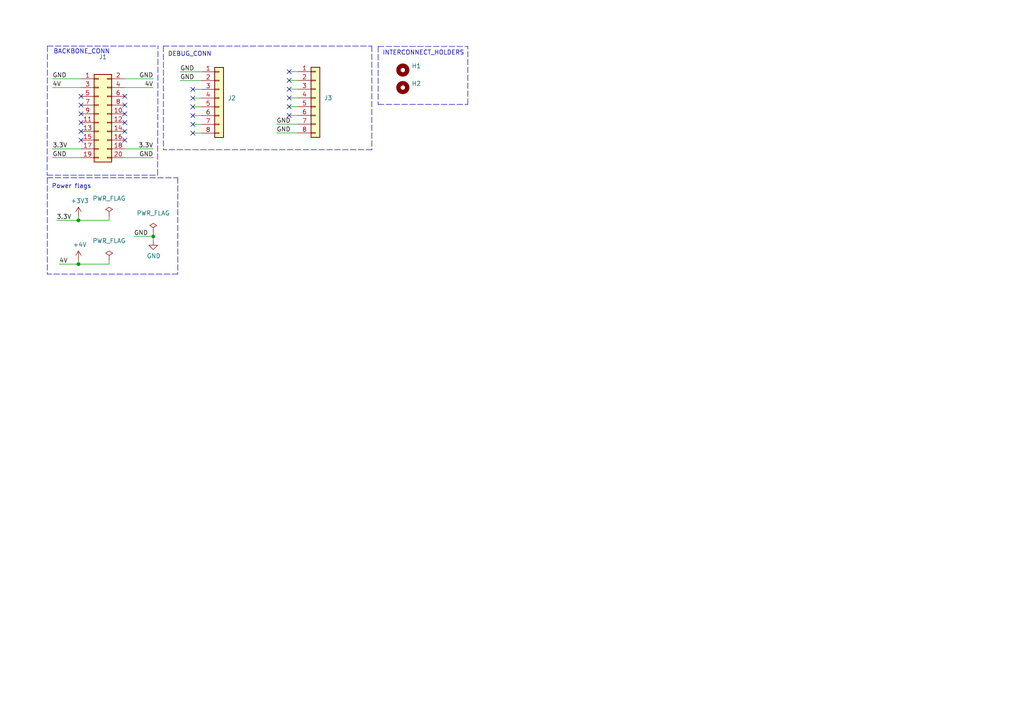
<source format=kicad_sch>
(kicad_sch (version 20211123) (generator eeschema)
  (paper "A4")
  (lib_symbols
    (symbol "Connector_Generic:Conn_01x08" (pin_names (offset 1.016) hide)
      (property "Reference" "J" (at 0 10.16 0))
      (property "Value" "Conn_01x08" (at 0 -12.7 0))
      (symbol "Conn_01x08_1_1"
        (rectangle (start -1.27 -10.033) (end 0 -10.287) (stroke (width 0.1524)))
        (rectangle (start -1.27 -7.493) (end 0 -7.747) (stroke (width 0.1524)))
        (rectangle (start -1.27 -4.953) (end 0 -5.207) (stroke (width 0.1524)))
        (rectangle (start -1.27 -2.413) (end 0 -2.667) (stroke (width 0.1524)))
        (rectangle (start -1.27 0.127) (end 0 -0.127) (stroke (width 0.1524)))
        (rectangle (start -1.27 2.667) (end 0 2.413) (stroke (width 0.1524)))
        (rectangle (start -1.27 5.207) (end 0 4.953) (stroke (width 0.1524)))
        (rectangle (start -1.27 7.747) (end 0 7.493) (stroke (width 0.1524)))
        (rectangle (start -1.27 8.89) (end 1.27 -11.43) (stroke (width 0.254)) (fill (type background)))
        (pin passive line (at -5.08 7.62 0) (length 3.81) (name "Pin_1") (number "1"))
        (pin passive line (at -5.08 5.08 0) (length 3.81) (name "Pin_2") (number "2"))
        (pin passive line (at -5.08 2.54 0) (length 3.81) (name "Pin_3") (number "3"))
        (pin passive line (at -5.08 0 0) (length 3.81) (name "Pin_4") (number "4"))
        (pin passive line (at -5.08 -2.54 0) (length 3.81) (name "Pin_5") (number "5"))
        (pin passive line (at -5.08 -5.08 0) (length 3.81) (name "Pin_6") (number "6"))
        (pin passive line (at -5.08 -7.62 0) (length 3.81) (name "Pin_7") (number "7"))
        (pin passive line (at -5.08 -10.16 0) (length 3.81) (name "Pin_8") (number "8"))
      )
    )
    (symbol "Connector_Generic:Conn_02x10_Odd_Even" (pin_names (offset 1.016) hide)
      (property "Reference" "J" (at 1.27 12.7 0))
      (property "Value" "Conn_02x10_Odd_Even" (at 1.27 -15.24 0))
      (symbol "Conn_02x10_Odd_Even_1_1"
        (rectangle (start -1.27 -12.573) (end 0 -12.827) (stroke (width 0.1524)))
        (rectangle (start -1.27 -10.033) (end 0 -10.287) (stroke (width 0.1524)))
        (rectangle (start -1.27 -7.493) (end 0 -7.747) (stroke (width 0.1524)))
        (rectangle (start -1.27 -4.953) (end 0 -5.207) (stroke (width 0.1524)))
        (rectangle (start -1.27 -2.413) (end 0 -2.667) (stroke (width 0.1524)))
        (rectangle (start -1.27 0.127) (end 0 -0.127) (stroke (width 0.1524)))
        (rectangle (start -1.27 2.667) (end 0 2.413) (stroke (width 0.1524)))
        (rectangle (start -1.27 5.207) (end 0 4.953) (stroke (width 0.1524)))
        (rectangle (start -1.27 7.747) (end 0 7.493) (stroke (width 0.1524)))
        (rectangle (start -1.27 10.287) (end 0 10.033) (stroke (width 0.1524)))
        (rectangle (start -1.27 11.43) (end 3.81 -13.97) (stroke (width 0.254)) (fill (type background)))
        (rectangle (start 3.81 -12.573) (end 2.54 -12.827) (stroke (width 0.1524)))
        (rectangle (start 3.81 -10.033) (end 2.54 -10.287) (stroke (width 0.1524)))
        (rectangle (start 3.81 -7.493) (end 2.54 -7.747) (stroke (width 0.1524)))
        (rectangle (start 3.81 -4.953) (end 2.54 -5.207) (stroke (width 0.1524)))
        (rectangle (start 3.81 -2.413) (end 2.54 -2.667) (stroke (width 0.1524)))
        (rectangle (start 3.81 0.127) (end 2.54 -0.127) (stroke (width 0.1524)))
        (rectangle (start 3.81 2.667) (end 2.54 2.413) (stroke (width 0.1524)))
        (rectangle (start 3.81 5.207) (end 2.54 4.953) (stroke (width 0.1524)))
        (rectangle (start 3.81 7.747) (end 2.54 7.493) (stroke (width 0.1524)))
        (rectangle (start 3.81 10.287) (end 2.54 10.033) (stroke (width 0.1524)))
        (pin passive line (at -5.08 10.16 0) (length 3.81) (name "Pin_1") (number "1"))
        (pin passive line (at 7.62 0 180) (length 3.81) (name "Pin_10") (number "10"))
        (pin passive line (at -5.08 -2.54 0) (length 3.81) (name "Pin_11") (number "11"))
        (pin passive line (at 7.62 -2.54 180) (length 3.81) (name "Pin_12") (number "12"))
        (pin passive line (at -5.08 -5.08 0) (length 3.81) (name "Pin_13") (number "13"))
        (pin passive line (at 7.62 -5.08 180) (length 3.81) (name "Pin_14") (number "14"))
        (pin passive line (at -5.08 -7.62 0) (length 3.81) (name "Pin_15") (number "15"))
        (pin passive line (at 7.62 -7.62 180) (length 3.81) (name "Pin_16") (number "16"))
        (pin passive line (at -5.08 -10.16 0) (length 3.81) (name "Pin_17") (number "17"))
        (pin passive line (at 7.62 -10.16 180) (length 3.81) (name "Pin_18") (number "18"))
        (pin passive line (at -5.08 -12.7 0) (length 3.81) (name "Pin_19") (number "19"))
        (pin passive line (at 7.62 10.16 180) (length 3.81) (name "Pin_2") (number "2"))
        (pin passive line (at 7.62 -12.7 180) (length 3.81) (name "Pin_20") (number "20"))
        (pin passive line (at -5.08 7.62 0) (length 3.81) (name "Pin_3") (number "3"))
        (pin passive line (at 7.62 7.62 180) (length 3.81) (name "Pin_4") (number "4"))
        (pin passive line (at -5.08 5.08 0) (length 3.81) (name "Pin_5") (number "5"))
        (pin passive line (at 7.62 5.08 180) (length 3.81) (name "Pin_6") (number "6"))
        (pin passive line (at -5.08 2.54 0) (length 3.81) (name "Pin_7") (number "7"))
        (pin passive line (at 7.62 2.54 180) (length 3.81) (name "Pin_8") (number "8"))
        (pin passive line (at -5.08 0 0) (length 3.81) (name "Pin_9") (number "9"))
      )
    )
    (symbol "Mechanical:MountingHole" (pin_names (offset 1.016))
      (property "Reference" "H" (at 0 5.08 0))
      (property "Value" "MountingHole" (at 0 3.175 0))
      (symbol "MountingHole_0_1"
        (circle (center 0 0) (radius 1.27) (stroke (width 1.27)))
      )
    )
    (symbol "power:+3.3V" (power) (pin_names (offset 0))
      (property "Value" "+3.3V" (at 0 3.556 0))
      (symbol "+3.3V_0_1"
        (polyline (pts (xy -0.762 1.27) (xy 0 2.54)))
        (polyline (pts (xy 0 0) (xy 0 2.54)))
        (polyline (pts (xy 0 2.54) (xy 0.762 1.27)))
      )
      (symbol "+3.3V_1_1"
        (pin power_in line (at 0 0 90) (length 0) hide (name "+3V3") (number "1"))
      )
    )
    (symbol "power:+4V" (power) (pin_names (offset 0))
      (property "Value" "+4V" (at 0 3.556 0))
      (symbol "+4V_0_1"
        (polyline (pts (xy -0.762 1.27) (xy 0 2.54)))
        (polyline (pts (xy 0 0) (xy 0 2.54)))
        (polyline (pts (xy 0 2.54) (xy 0.762 1.27)))
      )
      (symbol "+4V_1_1"
        (pin power_in line (at 0 0 90) (length 0) hide (name "+4V") (number "1"))
      )
    )
    (symbol "power:GND" (power) (pin_names (offset 0))
      (property "Value" "GND" (at 0 -3.81 0))
      (symbol "GND_0_1"
        (polyline (pts (xy 0 0) (xy 0 -1.27) (xy 1.27 -1.27) (xy 0 -2.54) (xy -1.27 -1.27) (xy 0 -1.27)))
      )
      (symbol "GND_1_1"
        (pin power_in line (at 0 0 270) (length 0) hide (name "GND") (number "1"))
      )
    )
    (symbol "power:PWR_FLAG" (power) (pin_numbers hide) (pin_names (offset 0) hide)
      (property "Value" "PWR_FLAG" (at 0 3.81 0))
      (symbol "PWR_FLAG_0_0"
        (pin power_out line (at 0 0 90) (length 0) (name "pwr") (number "1"))
      )
      (symbol "PWR_FLAG_0_1"
        (polyline (pts (xy 0 0) (xy 0 1.27) (xy -1.016 1.905) (xy 0 2.54) (xy 1.016 1.905) (xy 0 1.27)))
      )
    )
  )
  (junction (at 22.7584 76.6064))
  (junction (at 44.45 68.58))
  (junction (at 22.7584 63.9064))
  (no_connect (at 55.9308 30.988))
  (no_connect (at 23.495 33.02))
  (no_connect (at 83.8708 25.8572))
  (no_connect (at 83.8708 20.7772))
  (no_connect (at 36.195 38.1))
  (no_connect (at 55.9308 25.908))
  (no_connect (at 55.9308 33.528))
  (no_connect (at 36.195 27.94))
  (no_connect (at 23.495 30.48))
  (no_connect (at 83.8708 33.4772))
  (no_connect (at 83.8708 30.9372))
  (no_connect (at 55.9308 36.068))
  (no_connect (at 23.495 38.1))
  (no_connect (at 83.8708 28.3972))
  (no_connect (at 55.9308 38.608))
  (no_connect (at 36.195 30.48))
  (no_connect (at 23.495 27.94))
  (no_connect (at 23.495 40.64))
  (no_connect (at 36.195 35.56))
  (no_connect (at 36.195 33.02))
  (no_connect (at 55.9308 28.448))
  (no_connect (at 36.195 40.64))
  (no_connect (at 83.8708 23.3172))
  (no_connect (at 23.495 35.56))
  (wire (pts (xy 22.7584 76.6064) (xy 31.6484 76.6064)))
  (wire (pts (xy 52.2732 20.828) (xy 58.4708 20.828)))
  (wire (pts (xy 86.4108 25.8572) (xy 83.8708 25.8572)))
  (wire (pts (xy 58.4708 33.528) (xy 55.9308 33.528)))
  (wire (pts (xy 52.2732 23.368) (xy 58.4708 23.368)))
  (wire (pts (xy 15.24 22.86) (xy 23.495 22.86)))
  (wire (pts (xy 58.4708 28.448) (xy 55.9308 28.448)))
  (polyline (pts (xy 109.6772 13.462) (xy 135.6868 13.462)))
  (polyline (pts (xy 109.6772 30.2768) (xy 135.6868 30.2768)))
  (wire (pts (xy 86.4108 33.4772) (xy 83.8708 33.4772)))
  (wire (pts (xy 15.24 45.72) (xy 23.495 45.72)))
  (wire (pts (xy 44.45 67.31) (xy 44.45 68.58)))
  (polyline (pts (xy 13.6652 50.8) (xy 45.72 50.8)))
  (polyline (pts (xy 51.562 51.562) (xy 51.562 79.502)))
  (wire (pts (xy 15.24 43.18) (xy 23.495 43.18)))
  (polyline (pts (xy 13.716 51.562) (xy 51.562 51.562)))
  (polyline (pts (xy 51.562 79.502) (xy 13.716 79.502)))
  (wire (pts (xy 44.45 43.18) (xy 36.195 43.18)))
  (wire (pts (xy 58.4708 25.908) (xy 55.9308 25.908)))
  (wire (pts (xy 58.4708 38.608) (xy 55.9308 38.608)))
  (wire (pts (xy 80.2132 36.0172) (xy 86.4108 36.0172)))
  (wire (pts (xy 86.4108 23.3172) (xy 83.8708 23.3172)))
  (polyline (pts (xy 109.6772 13.462) (xy 109.6772 30.2768)))
  (wire (pts (xy 31.6484 76.6064) (xy 31.6484 75.3364)))
  (wire (pts (xy 44.45 22.86) (xy 36.195 22.86)))
  (polyline (pts (xy 107.8484 43.434) (xy 47.3964 43.434)))
  (wire (pts (xy 44.45 69.85) (xy 44.45 68.58)))
  (polyline (pts (xy 13.7668 13.3604) (xy 45.8216 13.3604)))
  (wire (pts (xy 22.7584 76.6064) (xy 22.7584 75.3364)))
  (wire (pts (xy 86.4108 28.3972) (xy 83.8708 28.3972)))
  (polyline (pts (xy 47.3964 13.3604) (xy 47.3964 43.434)))
  (wire (pts (xy 17.1704 76.6064) (xy 22.7584 76.6064)))
  (wire (pts (xy 58.4708 30.988) (xy 55.9308 30.988)))
  (wire (pts (xy 16.4084 63.9064) (xy 22.7584 63.9064)))
  (polyline (pts (xy 135.6868 30.2768) (xy 135.6868 13.462)))
  (polyline (pts (xy 47.3964 13.3604) (xy 107.8484 13.3604)))
  (polyline (pts (xy 13.7668 13.3604) (xy 13.6652 50.8)))
  (wire (pts (xy 44.45 45.72) (xy 36.195 45.72)))
  (wire (pts (xy 22.7584 62.6364) (xy 22.7584 63.9064)))
  (wire (pts (xy 44.45 25.4) (xy 36.195 25.4)))
  (polyline (pts (xy 13.716 51.562) (xy 13.716 79.502)))
  (wire (pts (xy 38.862 68.58) (xy 44.45 68.58)))
  (polyline (pts (xy 45.72 50.8) (xy 45.8216 13.3604)))
  (wire (pts (xy 22.7584 63.9064) (xy 31.6484 63.9064)))
  (wire (pts (xy 86.4108 20.7772) (xy 83.8708 20.7772)))
  (polyline (pts (xy 107.8484 13.3604) (xy 107.8484 43.434)))
  (wire (pts (xy 15.24 25.4) (xy 23.495 25.4)))
  (wire (pts (xy 58.4708 36.068) (xy 55.9308 36.068)))
  (wire (pts (xy 31.6484 63.9064) (xy 31.6484 62.6364)))
  (wire (pts (xy 86.4108 30.9372) (xy 83.8708 30.9372)))
  (wire (pts (xy 80.2132 38.5572) (xy 86.4108 38.5572)))
  (text "DEBUG_CONN\n" (at 48.6664 16.51 0) (effects (font (size 1.27 1.27)) (justify left bottom)))
  (text "INTERCONNECT_HOLDERS\n" (at 110.9472 16.1544 0) (effects (font (size 1.27 1.27)) (justify left bottom)))
  (text "Power flags\n" (at 14.986 54.864 0) (effects (font (size 1.27 1.27)) (justify left bottom)))
  (text "BACKBONE_CONN" (at 15.494 15.7988 0) (effects (font (size 1.27 1.27)) (justify left bottom)))
  (label "GND" (at 15.24 22.86 0))
  (label "GND" (at 15.24 45.72 0))
  (label "3.3V" (at 15.24 43.18 0))
  (label "GND" (at 38.862 68.58 0))
  (label "4V" (at 44.45 25.4 180))
  (label "GND" (at 52.2732 20.828 0))
  (label "GND" (at 44.45 22.86 180))
  (label "3.3V" (at 44.45 43.18 180))
  (label "GND" (at 80.2132 38.5572 0))
  (label "GND" (at 52.2732 23.368 0))
  (label "4V" (at 15.24 25.4 0))
  (label "GND" (at 80.2132 36.0172 0))
  (label "3.3V" (at 16.4084 63.9064 0))
  (label "4V" (at 17.1704 76.6064 0))
  (label "GND" (at 44.45 45.72 180))
  (symbol (lib_id "Mechanical:MountingHole") (at 116.84 20.32 0) (unit 1)
    (property "Reference" "H1" (at 119.38 19.1516 0) (effects (justify left)))
    (property "Footprint" "MountingHole:MountingHole_3.2mm_M3" (effects hide))
  )
  (symbol (lib_id "Mechanical:MountingHole") (at 116.84 25.4 0) (unit 1)
    (property "Reference" "H2" (at 119.38 24.2316 0) (effects (justify left)))
    (property "Footprint" "MountingHole:MountingHole_3.2mm_M3" (effects hide))
  )
  (symbol (lib_id "Connector_Generic:Conn_02x10_Odd_Even") (at 28.575 33.02 0) (unit 1)
    (property "Reference" "J1" (at 29.845 16.51 0))
    (property "Footprint" "Connector_PinSocket_2.54mm:PinSocket_2x10_P2.54mm_Horizontal" (effects hide))
  )
  (symbol (lib_id "power:PWR_FLAG") (at 44.45 67.31 0) (unit 1)
    (property "Reference" "#FLG03" (effects hide))
    (property "Value" "PWR_FLAG" (at 44.45 61.8236 0))
  )
  (symbol (lib_id "power:+4V") (at 22.7584 75.3364 0) (unit 1)
    (property "Reference" "#PWR01" (effects hide))
    (property "Value" "+4V" (at 23.1394 70.9422 0))
  )
  (symbol (lib_id "power:PWR_FLAG") (at 31.6484 75.3364 0) (unit 1)
    (property "Reference" "#FLG01" (effects hide))
    (property "Value" "PWR_FLAG" (at 31.6484 69.85 0))
  )
  (symbol (lib_id "Connector_Generic:Conn_01x08") (at 91.4908 28.3972 0) (unit 1)
    (property "Reference" "J3" (at 93.98 28.3971 0) (effects (justify left)))
    (property "Footprint" "Connector_PinSocket_2.54mm:PinSocket_1x08_P2.54mm_Horizontal" (effects hide))
  )
  (symbol (lib_id "power:GND") (at 44.45 69.85 0) (unit 1)
    (property "Reference" "#PWR03" (effects hide))
    (property "Value" "GND" (at 44.577 74.2442 0))
  )
  (symbol (lib_id "power:PWR_FLAG") (at 31.6484 62.6364 0) (unit 1)
    (property "Reference" "#FLG02" (effects hide))
    (property "Value" "PWR_FLAG" (at 31.6484 57.5564 0))
  )
  (symbol (lib_id "power:+3.3V") (at 22.7584 62.6364 0) (unit 1)
    (property "Reference" "#PWR02" (effects hide))
    (property "Value" "+3.3V" (at 23.1394 58.2422 0))
  )
  (symbol (lib_id "Connector_Generic:Conn_01x08") (at 63.5508 28.448 0) (unit 1)
    (property "Reference" "J2" (at 66.04 28.4479 0) (effects (justify left)))
    (property "Footprint" "Connector_PinSocket_2.54mm:PinSocket_1x08_P2.54mm_Horizontal" (effects hide))
  )
)
</source>
